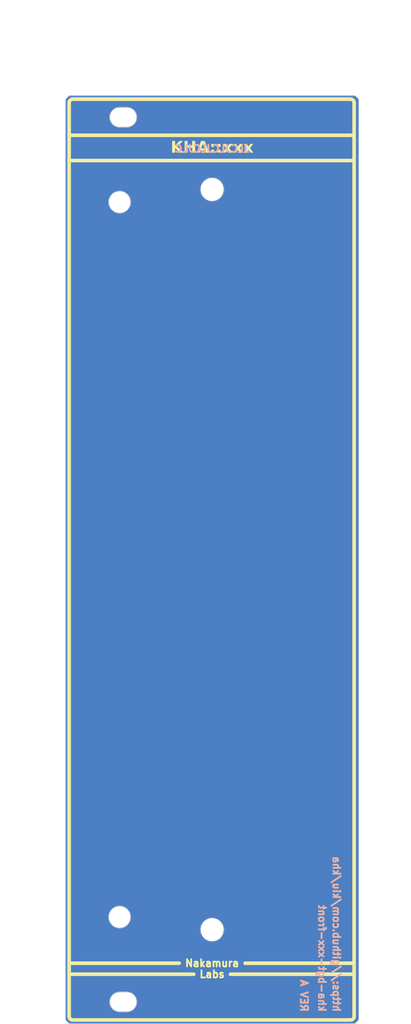
<source format=kicad_pcb>
(kicad_pcb (version 20221018) (generator pcbnew)

  (general
    (thickness 1.6)
  )

  (paper "A4")
  (layers
    (0 "F.Cu" signal)
    (31 "B.Cu" signal)
    (32 "B.Adhes" user "B.Adhesive")
    (33 "F.Adhes" user "F.Adhesive")
    (34 "B.Paste" user)
    (35 "F.Paste" user)
    (36 "B.SilkS" user "B.Silkscreen")
    (37 "F.SilkS" user "F.Silkscreen")
    (38 "B.Mask" user)
    (39 "F.Mask" user)
    (40 "Dwgs.User" user "User.Drawings")
    (41 "Cmts.User" user "User.Comments")
    (42 "Eco1.User" user "User.Eco1")
    (43 "Eco2.User" user "User.Eco2")
    (44 "Edge.Cuts" user)
    (45 "Margin" user)
    (46 "B.CrtYd" user "B.Courtyard")
    (47 "F.CrtYd" user "F.Courtyard")
    (48 "B.Fab" user)
    (49 "F.Fab" user)
    (50 "User.1" user)
    (51 "User.2" user)
    (52 "User.3" user)
    (53 "User.4" user)
    (54 "User.5" user)
    (55 "User.6" user)
    (56 "User.7" user)
    (57 "User.8" user)
    (58 "User.9" user)
  )

  (setup
    (pad_to_mask_clearance 0)
    (pcbplotparams
      (layerselection 0x00010fc_ffffffff)
      (plot_on_all_layers_selection 0x0000000_00000000)
      (disableapertmacros false)
      (usegerberextensions false)
      (usegerberattributes true)
      (usegerberadvancedattributes true)
      (creategerberjobfile true)
      (dashed_line_dash_ratio 12.000000)
      (dashed_line_gap_ratio 3.000000)
      (svgprecision 4)
      (plotframeref false)
      (viasonmask false)
      (mode 1)
      (useauxorigin false)
      (hpglpennumber 1)
      (hpglpenspeed 20)
      (hpglpendiameter 15.000000)
      (dxfpolygonmode true)
      (dxfimperialunits true)
      (dxfusepcbnewfont true)
      (psnegative false)
      (psa4output false)
      (plotreference true)
      (plotvalue true)
      (plotinvisibletext false)
      (sketchpadsonfab false)
      (subtractmaskfromsilk false)
      (outputformat 1)
      (mirror false)
      (drillshape 1)
      (scaleselection 1)
      (outputdirectory "")
    )
  )

  (net 0 "")

  (gr_arc (start 121.600001 41.999999) (mid 121.746448 41.646447) (end 122.1 41.5)
    (stroke (width 0.5) (type solid)) (layer "F.SilkS") (tstamp 0eaa50c5-5104-4a89-97dc-726172a83bd6))
  (gr_line (start 136.848 161.142) (end 121.608 161.142)
    (stroke (width 0.5) (type solid)) (layer "F.SilkS") (tstamp 16caa60a-0d0d-4145-aa66-3aef0fa8fa6d))
  (gr_line (start 138.88 162.666) (end 121.608 162.666)
    (stroke (width 0.5) (type solid)) (layer "F.SilkS") (tstamp 1d4ddf25-ddff-4655-b60a-c34254343c99))
  (gr_line (start 160.978 162.666) (end 143.96 162.666)
    (stroke (width 0.5) (type solid)) (layer "F.SilkS") (tstamp 2d099ddf-df7a-407d-b547-dbfe6eec4c02))
  (gr_line (start 160.605 169.000001) (end 122.1 169)
    (stroke (width 0.5) (type solid)) (layer "F.SilkS") (tstamp 620c8311-fcd1-4492-a0c7-6a59423d93aa))
  (gr_line (start 121.6 168.5) (end 121.6 42)
    (stroke (width 0.5) (type solid)) (layer "F.SilkS") (tstamp 7b334bac-69dd-4a91-8361-ed69102756ee))
  (gr_arc (start 160.605 41.499999) (mid 160.958554 41.646446) (end 161.105 41.999999)
    (stroke (width 0.5) (type solid)) (layer "F.SilkS") (tstamp 85ff103c-ae83-4833-bf07-fb6a2b8bfd3a))
  (gr_line (start 161.105 41.999999) (end 161.105 168.500001)
    (stroke (width 0.5) (type solid)) (layer "F.SilkS") (tstamp a33e572d-b621-42ab-afe8-151255b9c7f8))
  (gr_arc (start 161.105 168.500001) (mid 160.958553 168.853554) (end 160.605 169.000001)
    (stroke (width 0.5) (type solid)) (layer "F.SilkS") (tstamp aa847e3a-3808-47fc-b04c-2c7a96eb2940))
  (gr_line (start 122.1 41.5) (end 160.605 41.499999)
    (stroke (width 0.5) (type solid)) (layer "F.SilkS") (tstamp b9cc0489-5a81-4f10-9a1e-4664c2a3dd0f))
  (gr_line (start 121.6 46.5) (end 161.105 46.5)
    (stroke (width 0.5) (type solid)) (layer "F.SilkS") (tstamp ca8dfb18-2243-4c2f-83e3-405458cb4ca2))
  (gr_arc (start 122.1 169) (mid 121.746447 168.853553) (end 121.6 168.5)
    (stroke (width 0.5) (type solid)) (layer "F.SilkS") (tstamp cfa4c290-d24e-41a0-ac18-caa57caf81f0))
  (gr_line (start 160.978 161.142) (end 145.992 161.142)
    (stroke (width 0.5) (type solid)) (layer "F.SilkS") (tstamp d0c707e9-3939-4683-ad6e-25ba4c571cca))
  (gr_line (start 121.6 50) (end 161.105 50)
    (stroke (width 0.5) (type solid)) (layer "F.SilkS") (tstamp f6f845e6-d64f-4961-852b-fcfb7b89a183))
  (gr_line (start 121.1 105.25) (end 161.74 105.25)
    (stroke (width 0.15) (type solid)) (layer "Dwgs.User") (tstamp 048de99f-3e28-41b6-855c-e085d9d4e780))
  (gr_line (start 132.6 158.75) (end 121.1 158.75)
    (stroke (width 0.15) (type default)) (layer "Dwgs.User") (tstamp 1113fd41-c57c-4536-9b98-8bbe86b6a2a8))
  (gr_line (start 132.6 158.75) (end 132.6 146.5)
    (stroke (width 0.15) (type default)) (layer "Dwgs.User") (tstamp 156b6584-a3ff-4f74-9ec5-ca1e8e43fedc))
  (gr_circle (center 128.6 154.75) (end 130.1 154.75)
    (stroke (width 0.1) (type default)) (fill none) (layer "Dwgs.User") (tstamp 2278a12f-78f1-438f-9509-46685728074c))
  (gr_line (start 124.35 64) (end 124.35 146.5)
    (stroke (width 0.15) (type default)) (layer "Dwgs.User") (tstamp 2a30fadc-1289-4909-9812-362f57116580))
  (gr_circle (center 141.42 156.5) (end 144.17 156.5)
    (stroke (width 0.05) (type solid)) (fill none) (layer "Dwgs.User") (tstamp 37e93198-eb94-4a92-89cf-2e757651b155))
  (gr_circle (center 128.6 55.75) (end 130.1 55.75)
    (stroke (width 0.1) (type default)) (fill none) (layer "Dwgs.User") (tstamp 456efe95-ba6c-4899-acb3-6137492c693d))
  (gr_circle (center 141.42 54) (end 144.92 54)
    (stroke (width 0.05) (type solid)) (fill none) (layer "Dwgs.User") (tstamp 4ef8d454-86fb-47cf-a34c-422a2eb2c081))
  (gr_line (start 141.42 41) (end 141.42 169.5)
    (stroke (width 0.15) (type solid)) (layer "Dwgs.User") (tstamp 521af3b6-69d9-446c-87ed-05bece17f861))
  (gr_circle (center 141.42 54) (end 144.17 54)
    (stroke (width 0.05) (type solid)) (fill none) (layer "Dwgs.User") (tstamp 5592333e-72cb-4af2-a80d-563e43133941))
  (gr_line (start 121.1 137.5) (end 161.74 137.52)
    (stroke (width 0.15) (type solid)) (layer "Dwgs.User") (tstamp 562bd7a2-cb67-4be6-bb04-65afefea95de))
  (gr_line (start 121.1 73) (end 161.74 73)
    (stroke (width 0.15) (type solid)) (layer "Dwgs.User") (tstamp 5b8d458d-5cbf-4384-94dd-ec1fa75e6f6f))
  (gr_line (start 132.6 51.75) (end 132.6 64)
    (stroke (width 0.15) (type default)) (layer "Dwgs.User") (tstamp 6d866511-ad3f-41ce-b45e-2fe2069a1059))
  (gr_circle (center 141.42 156.5) (end 144.92 156.5)
    (stroke (width 0.05) (type solid)) (fill none) (layer "Dwgs.User") (tstamp 77cabb49-afdc-4052-b05c-2cb6035ef989))
  (gr_line (start 121.1 50.249997) (end 161.74 50.25)
    (stroke (width 0.15) (type solid)) (layer "Dwgs.User") (tstamp 79c52503-85ed-4167-b372-0e073991b1da))
  (gr_line (start 161.74 160.25) (end 121.10012 160.25)
    (stroke (width 0.15) (type solid)) (layer "Dwgs.User") (tstamp 79ff0b32-2f5b-4c32-94a4-470676d16aa3))
  (gr_line (start 128.6 41) (end 128.6 169.5)
    (stroke (width 0.15) (type solid)) (layer "Dwgs.User") (tstamp 7a470001-5a4f-4f56-b3dc-5775c8110bf7))
  (gr_line (start 132.6 146.5) (end 124.35 146.5)
    (stroke (width 0.15) (type default)) (layer "Dwgs.User") (tstamp 7b4719a5-2f90-4a64-a07e-6233184880ee))
  (gr_line (start 121.1 51.75) (end 132.6 51.75)
    (stroke (width 0.15) (type default)) (layer "Dwgs.User") (tstamp 9a86fb1c-f36e-476f-a8ce-72877b9ecb3e))
  (gr_line (start 121.10012 160.25) (end 121.1 50.249997)
    (stroke (width 0.15) (type solid)) (layer "Dwgs.User") (tstamp a4f7c5c9-128a-459c-bd25-db82b5c8909f))
  (gr_line (start 161.74 41) (end 161.74 169.5)
    (stroke (width 0.15) (type solid)) (layer "Dwgs.User") (tstamp c071ae77-7549-473b-8899-42bcb24f41ff))
  (gr_line (start 124.35 64) (end 132.6 64)
    (stroke (width 0.15) (type default)) (layer "Dwgs.User") (tstamp e1d94ec4-014f-4d9a-b147-39ebb21503a8))
  (gr_line (start 128.6 42.65) (end 129.6 42.65)
    (stroke (width 0.1) (type default)) (layer "Edge.Cuts") (tstamp 01b5bd71-64e6-4d10-aeb9-98e5f7f2157e))
  (gr_arc (start 129.6 42.65) (mid 130.95 44) (end 129.6 45.35)
    (stroke (width 0.1) (type default)) (layer "Edge.Cuts") (tstamp 02aeb72e-c151-4daa-824c-fa8f24b539b3))
  (gr_line (start 121.1 169) (end 121.6 169.5)
    (stroke (width 0.05) (type default)) (layer "Edge.Cuts") (tstamp 1623e6e2-60d6-45a8-8373-76686b329047))
  (gr_circle (center 128.6 154.75) (end 130.1 154.75)
    (stroke (width 0.1) (type default)) (fill none) (layer "Edge.Cuts") (tstamp 3aae781a-27db-421a-ad9a-f1dd48910c74))
  (gr_line (start 121.1 41.5) (end 121.6 41)
    (stroke (width 0.05) (type default)) (layer "Edge.Cuts") (tstamp 476283dd-b9a5-47aa-a0b2-a39060c68bf5))
  (gr_line (start 128.6 167.85) (end 129.6 167.85)
    (stroke (width 0.1) (type default)) (layer "Edge.Cuts") (tstamp 48dc4457-2f95-4409-b057-4f1fb9dd9c95))
  (gr_line (start 161.24 169.5) (end 121.6 169.5)
    (stroke (width 0.05) (type solid)) (layer "Edge.Cuts") (tstamp 529451f1-6db3-4d12-9304-20808706a7e5))
  (gr_line (start 128.6 165.15) (end 129.6 165.15)
    (stroke (width 0.1) (type default)) (layer "Edge.Cuts") (tstamp 531e2cc6-6f84-4138-9d28-a18bf3b703ed))
  (gr_line (start 161.24 169.5) (end 161.74 169)
    (stroke (width 0.05) (type default)) (layer "Edge.Cuts") (tstamp 7014adc9-6ece-469f-9c4b-fcc36cc025dd))
  (gr_line (start 121.6 41) (end 161.24 41)
    (stroke (width 0.05) (type solid)) (layer "Edge.Cuts") (tstamp 7fdfe53f-ad4c-48c6-8ba8-f83edb6aee8f))
  (gr_circle (center 128.6 55.75) (end 130.1 55.75)
    (stroke (width 0.1) (type default)) (fill none) (layer "Edge.Cuts") (tstamp 91b07c18-8123-4501-9555-28489a6c1416))
  (gr_line (start 161.24 41) (end 161.74 41.5)
    (stroke (width 0.05) (type default)) (layer "Edge.Cuts") (tstamp 95a5e1d2-d651-4526-a3ab-41b82245ec64))
  (gr_line (start 161.74 41.5) (end 161.74 169)
    (stroke (width 0.05) (type solid)) (layer "Edge.Cuts") (tstamp 9a99ff6c-818c-4d77-8535-0aaf879539b0))
  (gr_arc (start 128.6 45.35) (mid 127.25 44) (end 128.6 42.65)
    (stroke (width 0.1) (type default)) (layer "Edge.Cuts") (tstamp b7db6cfb-f52c-4200-a3fe-6804dc619b72))
  (gr_line (start 128.6 45.35) (end 129.6 45.35)
    (stroke (width 0.1) (type default)) (layer "Edge.Cuts") (tstamp b98ad7e6-8552-4d7b-800c-db850b5e5106))
  (gr_line (start 121.1 169) (end 121.1 41.5)
    (stroke (width 0.05) (type solid)) (layer "Edge.Cuts") (tstamp bb2a67e5-134d-4fbd-bfcf-12339e384c46))
  (gr_circle (center 141.42 156.5) (end 143.02 156.5)
    (stroke (width 0.05) (type solid)) (fill none) (layer "Edge.Cuts") (tstamp c39042df-7484-41d6-8bb9-09b385d7ef44))
  (gr_arc (start 129.6 165.15) (mid 130.95 166.5) (end 129.6 167.85)
    (stroke (width 0.1) (type default)) (layer "Edge.Cuts") (tstamp ccbe79da-bafc-482d-90ab-dbb8f9bc6eb2))
  (gr_arc (start 128.6 167.85) (mid 127.25 166.5) (end 128.6 165.15)
    (stroke (width 0.1) (type default)) (layer "Edge.Cuts") (tstamp d2b86eda-3df9-4b5d-9d70-511aab3f93b5))
  (gr_circle (center 141.42 54) (end 143.02 54)
    (stroke (width 0.05) (type solid)) (fill none) (layer "Edge.Cuts") (tstamp def5d001-7367-4e40-8071-b151d7d82ff4))
  (gr_text "https://github.com/kiu/kha" (at 158.66 168 270) (layer "B.SilkS") (tstamp aef2ca32-7e65-408a-8358-b107dea0fa3c)
    (effects (font (size 1 1) (thickness 0.25) bold) (justify left mirror))
  )
  (gr_text "REV A" (at 154.16 168 -90) (layer "B.SilkS") (tstamp e480d6f8-5689-4850-8de1-4e2bf937e171)
    (effects (font (size 1 1) (thickness 0.25) bold) (justify left mirror))
  )
  (gr_text "JLCJLCJLCJLC" (at 141.42 48.366) (layer "B.SilkS") (tstamp ef9f4340-de0c-44e5-a48d-9cfc9eecdcbc)
    (effects (font (size 1 1) (thickness 0.25) bold) (justify mirror))
  )
  (gr_text "kha-bgt-xxx-front" (at 156.66 168 270) (layer "B.SilkS") (tstamp fd903aa9-99c2-42ce-8dad-a85ac8e513a2)
    (effects (font (size 1 1) (thickness 0.25) bold) (justify left mirror))
  )
  (gr_text "KHA::xxx" (at 141.42 48.25) (layer "F.SilkS") (tstamp 10bf318c-e230-4a3b-a482-808d2a0c4cb4)
    (effects (font (face "Roboto") (size 1.6 1.6) (thickness 0.25) bold))
    (render_cache "KHA::xxx" 0
      (polygon
        (pts
          (xy 137.458186 48.271934)          (xy 137.28663 48.456777)          (xy 137.28663 48.914)          (xy 136.957195 48.914)
          (xy 136.957195 47.31333)          (xy 137.28663 47.31333)          (xy 137.28663 48.039024)          (xy 137.432003 47.840113)
          (xy 137.839596 47.31333)          (xy 138.245234 47.31333)          (xy 137.677028 48.024565)          (xy 138.261647 48.914)
          (xy 137.869296 48.914)
        )
      )
      (polygon
        (pts
          (xy 139.68021 48.914)          (xy 139.350775 48.914)          (xy 139.350775 48.229729)          (xy 138.707537 48.229729)
          (xy 138.707537 48.914)          (xy 138.378102 48.914)          (xy 138.378102 47.31333)          (xy 138.707537 47.31333)
          (xy 138.707537 47.963602)          (xy 139.350775 47.963602)          (xy 139.350775 47.31333)          (xy 139.68021 47.31333)
        )
      )
      (polygon
        (pts
          (xy 141.34536 48.914)          (xy 140.994822 48.914)          (xy 140.883839 48.580657)          (xy 140.305471 48.580657)
          (xy 140.19566 48.914)          (xy 139.845123 48.914)          (xy 140.068459 48.313748)          (xy 140.394571 48.313748)
          (xy 140.794739 48.313748)          (xy 140.593483 47.717796)          (xy 140.394571 48.313748)          (xy 140.068459 48.313748)
          (xy 140.440684 47.31333)          (xy 140.746281 47.31333)
        )
      )
      (polygon
        (pts
          (xy 141.481354 48.74596)          (xy 141.482154 48.727453)          (xy 141.484554 48.709837)          (xy 141.488553 48.693112)
          (xy 141.494153 48.677279)          (xy 141.501352 48.662338)          (xy 141.51015 48.648288)          (xy 141.520549 48.635129)
          (xy 141.532548 48.622862)          (xy 141.545749 48.61178)          (xy 141.559756 48.602175)          (xy 141.57457 48.594047)
          (xy 141.590189 48.587398)          (xy 141.606614 48.582226)          (xy 141.623845 48.578532)          (xy 141.641883 48.576315)
          (xy 141.660726 48.575577)          (xy 141.679838 48.576315)          (xy 141.698095 48.578532)          (xy 141.715498 48.582226)
          (xy 141.732045 48.587398)          (xy 141.747738 48.594047)          (xy 141.762575 48.602175)          (xy 141.776558 48.61178)
          (xy 141.789686 48.622862)          (xy 141.801685 48.635129)          (xy 141.812083 48.648288)          (xy 141.820882 48.662338)
          (xy 141.828081 48.677279)          (xy 141.833681 48.693112)          (xy 141.83768 48.709837)          (xy 141.84008 48.727453)
          (xy 141.84088 48.74596)          (xy 141.840086 48.764187)          (xy 141.837705 48.781547)          (xy 141.833736 48.798039)
          (xy 141.828179 48.813665)          (xy 141.821035 48.828423)          (xy 141.812303 48.842314)          (xy 141.801984 48.855338)
          (xy 141.790077 48.867496)          (xy 141.777029 48.878395)          (xy 141.763088 48.887841)          (xy 141.748257 48.895834)
          (xy 141.732534 48.902374)          (xy 141.715919 48.90746)          (xy 141.698413 48.911093)          (xy 141.680015 48.913273)
          (xy 141.660726 48.914)          (xy 141.641614 48.913273)          (xy 141.623357 48.911093)          (xy 141.605955 48.90746)
          (xy 141.589407 48.902374)          (xy 141.573715 48.895834)          (xy 141.558877 48.887841)          (xy 141.544894 48.878395)
          (xy 141.531766 48.867496)          (xy 141.519951 48.855338)          (xy 141.509711 48.842314)          (xy 141.501046 48.828423)
          (xy 141.493957 48.813665)          (xy 141.488443 48.798039)          (xy 141.484505 48.781547)          (xy 141.482142 48.764187)
        )
      )
      (polygon
        (pts
          (xy 141.481354 47.83386)          (xy 141.482154 47.815352)          (xy 141.484554 47.797736)          (xy 141.488553 47.781012)
          (xy 141.494153 47.765179)          (xy 141.501352 47.750237)          (xy 141.51015 47.736187)          (xy 141.520549 47.723029)
          (xy 141.532548 47.710762)          (xy 141.545749 47.699679)          (xy 141.559756 47.690074)          (xy 141.57457 47.681947)
          (xy 141.590189 47.675297)          (xy 141.606614 47.670126)          (xy 141.623845 47.666431)          (xy 141.641883 47.664215)
          (xy 141.660726 47.663476)          (xy 141.679838 47.664215)          (xy 141.698095 47.666431)          (xy 141.715498 47.670126)
          (xy 141.732045 47.675297)          (xy 141.747738 47.681947)          (xy 141.762575 47.690074)          (xy 141.776558 47.699679)
          (xy 141.789686 47.710762)          (xy 141.801685 47.723029)          (xy 141.812083 47.736187)          (xy 141.820882 47.750237)
          (xy 141.828081 47.765179)          (xy 141.833681 47.781012)          (xy 141.83768 47.797736)          (xy 141.84008 47.815352)
          (xy 141.84088 47.83386)          (xy 141.840086 47.852087)          (xy 141.837705 47.869446)          (xy 141.833736 47.885939)
          (xy 141.828179 47.901564)          (xy 141.821035 47.916322)          (xy 141.812303 47.930214)          (xy 141.801984 47.943238)
          (xy 141.790077 47.955395)          (xy 141.777029 47.966295)          (xy 141.763088 47.975741)          (xy 141.748257 47.983733)
          (xy 141.732534 47.990273)          (xy 141.715919 47.995359)          (xy 141.698413 47.998993)          (xy 141.680015 48.001172)
          (xy 141.660726 48.001899)          (xy 141.641614 48.001172)          (xy 141.623357 47.998993)          (xy 141.605955 47.995359)
          (xy 141.589407 47.990273)          (xy 141.573715 47.983733)          (xy 141.558877 47.975741)          (xy 141.544894 47.966295)
          (xy 141.531766 47.955395)          (xy 141.519951 47.943238)          (xy 141.509711 47.930214)          (xy 141.501046 47.916322)
          (xy 141.493957 47.901564)          (xy 141.488443 47.885939)          (xy 141.484505 47.869446)          (xy 141.482142 47.852087)
        )
      )
      (polygon
        (pts
          (xy 142.112869 48.74596)          (xy 142.113668 48.727453)          (xy 142.116068 48.709837)          (xy 142.120068 48.693112)
          (xy 142.125667 48.677279)          (xy 142.132866 48.662338)          (xy 142.141665 48.648288)          (xy 142.152063 48.635129)
          (xy 142.164062 48.622862)          (xy 142.177263 48.61178)          (xy 142.19127 48.602175)          (xy 142.206084 48.594047)
          (xy 142.221703 48.587398)          (xy 142.238128 48.582226)          (xy 142.25536 48.578532)          (xy 142.273397 48.576315)
          (xy 142.29224 48.575577)          (xy 142.311352 48.576315)          (xy 142.32961 48.578532)          (xy 142.347012 48.582226)
          (xy 142.363559 48.587398)          (xy 142.379252 48.594047)          (xy 142.39409 48.602175)          (xy 142.408073 48.61178)
          (xy 142.421201 48.622862)          (xy 142.433199 48.635129)          (xy 142.443598 48.648288)          (xy 142.452397 48.662338)
          (xy 142.459596 48.677279)          (xy 142.465195 48.693112)          (xy 142.469194 48.709837)          (xy 142.471594 48.727453)
          (xy 142.472394 48.74596)          (xy 142.4716 48.764187)          (xy 142.469219 48.781547)          (xy 142.46525 48.798039)
          (xy 142.459693 48.813665)          (xy 142.452549 48.828423)          (xy 142.443818 48.842314)          (xy 142.433498 48.855338)
          (xy 142.421591 48.867496)          (xy 142.408543 48.878395)          (xy 142.394603 48.887841)          (xy 142.379771 48.895834)
          (xy 142.364048 48.902374)          (xy 142.347433 48.90746)          (xy 142.329927 48.911093)          (xy 142.31153 48.913273)
          (xy 142.29224 48.914)          (xy 142.273128 48.913273)          (xy 142.254871 48.911093)          (xy 142.237469 48.90746)
          (xy 142.220922 48.902374)          (xy 142.205229 48.895834)          (xy 142.190391 48.887841)          (xy 142.176408 48.878395)
          (xy 142.16328 48.867496)          (xy 142.151465 48.855338)          (xy 142.141225 48.842314)          (xy 142.132561 48.828423)
          (xy 142.125471 48.813665)          (xy 142.119958 48.798039)          (xy 142.116019 48.781547)          (xy 142.113656 48.764187)
        )
      )
      (polygon
        (pts
          (xy 142.112869 47.83386)          (xy 142.113668 47.815352)          (xy 142.116068 47.797736)          (xy 142.120068 47.781012)
          (xy 142.125667 47.765179)          (xy 142.132866 47.750237)          (xy 142.141665 47.736187)          (xy 142.152063 47.723029)
          (xy 142.164062 47.710762)          (xy 142.177263 47.699679)          (xy 142.19127 47.690074)          (xy 142.206084 47.681947)
          (xy 142.221703 47.675297)          (xy 142.238128 47.670126)          (xy 142.25536 47.666431)          (xy 142.273397 47.664215)
          (xy 142.29224 47.663476)          (xy 142.311352 47.664215)          (xy 142.32961 47.666431)          (xy 142.347012 47.670126)
          (xy 142.363559 47.675297)          (xy 142.379252 47.681947)          (xy 142.39409 47.690074)          (xy 142.408073 47.699679)
          (xy 142.421201 47.710762)          (xy 142.433199 47.723029)          (xy 142.443598 47.736187)          (xy 142.452397 47.750237)
          (xy 142.459596 47.765179)          (xy 142.465195 47.781012)          (xy 142.469194 47.797736)          (xy 142.471594 47.815352)
          (xy 142.472394 47.83386)          (xy 142.4716 47.852087)          (xy 142.469219 47.869446)          (xy 142.46525 47.885939)
          (xy 142.459693 47.901564)          (xy 142.452549 47.916322)          (xy 142.443818 47.930214)          (xy 142.433498 47.943238)
          (xy 142.421591 47.955395)          (xy 142.408543 47.966295)          (xy 142.394603 47.975741)          (xy 142.379771 47.983733)
          (xy 142.364048 47.990273)          (xy 142.347433 47.995359)          (xy 142.329927 47.998993)          (xy 142.31153 48.001172)
          (xy 142.29224 48.001899)          (xy 142.273128 48.001172)          (xy 142.254871 47.998993)          (xy 142.237469 47.995359)
          (xy 142.220922 47.990273)          (xy 142.205229 47.983733)          (xy 142.190391 47.975741)          (xy 142.176408 47.966295)
          (xy 142.16328 47.955395)          (xy 142.151465 47.943238)          (xy 142.141225 47.930214)          (xy 142.132561 47.916322)
          (xy 142.125471 47.901564)          (xy 142.119958 47.885939)          (xy 142.116019 47.869446)          (xy 142.113656 47.852087)
        )
      )
      (polygon
        (pts
          (xy 143.182066 48.07185)          (xy 143.38215 47.713497)          (xy 143.721745 47.713497)          (xy 143.383322 48.301634)
          (xy 143.735813 48.914)          (xy 143.395437 48.914)          (xy 143.183238 48.536889)          (xy 142.972213 48.914)
          (xy 142.630273 48.914)          (xy 142.983155 48.301634)          (xy 142.645513 47.713497)          (xy 142.986281 47.713497)
        )
      )
      (polygon
        (pts
          (xy 144.321605 48.07185)          (xy 144.521689 47.713497)          (xy 144.861284 47.713497)          (xy 144.522862 48.301634)
          (xy 144.875353 48.914)          (xy 144.534976 48.914)          (xy 144.322778 48.536889)          (xy 144.111752 48.914)
          (xy 143.769812 48.914)          (xy 144.122694 48.301634)          (xy 143.785053 47.713497)          (xy 144.12582 47.713497)
        )
      )
      (polygon
        (pts
          (xy 145.461145 48.07185)          (xy 145.661229 47.713497)          (xy 146.000824 47.713497)          (xy 145.662401 48.301634)
          (xy 146.014892 48.914)          (xy 145.674515 48.914)          (xy 145.462317 48.536889)          (xy 145.251291 48.914)
          (xy 144.909351 48.914)          (xy 145.262233 48.301634)          (xy 144.924592 47.713497)          (xy 145.26536 47.713497)
        )
      )
    )
  )
  (gr_text "Labs" (at 141.42 162.666) (layer "F.SilkS") (tstamp 54a57c5a-01e7-4fea-ad43-73b9f9b34754)
    (effects (font (size 1 1) (thickness 0.25)))
  )
  (gr_text "Nakamura" (at 141.42 161.142) (layer "F.SilkS") (tstamp fdaa53c2-a5dd-48e5-bc04-7ab57880140a)
    (effects (font (size 1 1) (thickness 0.25)))
  )
  (gr_text "8HP" (at 141.42 30.84) (layer "Dwgs.User") (tstamp ea085267-3387-4994-93c1-7a0eb16e45ea)
    (effects (font (size 3 3) (thickness 0.75)))
  )
  (dimension (type aligned) (layer "Dwgs.User") (tstamp 372794d1-3d7a-44df-be36-ca21b86cff98)
    (pts (xy 161.74 50.25) (xy 161.74 160.25))
    (height -3)
    (gr_text "110.0000 mm" (at 163.59 105.25 90) (layer "Dwgs.User") (tstamp 3fc0aadb-2939-448d-bebb-83451a30e273)
      (effects (font (size 1 1) (thickness 0.15)))
    )
    (format (prefix "") (suffix "") (units 2) (units_format 1) (precision 4))
    (style (thickness 0.15) (arrow_length 1.27) (text_position_mode 0) (extension_height 0.58642) (extension_offset 0) keep_text_aligned)
  )
  (dimension (type aligned) (layer "Dwgs.User") (tstamp 37d87990-1540-484e-b8cb-3ee6a6e95526)
    (pts (xy 128.6 55.75) (xy 128.6 154.75))
    (height 10.5)
    (gr_text "99.0000 mm" (at 116.95 105.25 90) (layer "Dwgs.User") (tstamp 81b8bd7a-2dd3-437a-9eb8-5a0ca613d05d)
      (effects (font (size 1 1) (thickness 0.15)))
    )
    (format (prefix "") (suffix "") (units 3) (units_format 1) (precision 4))
    (style (thickness 0.15) (arrow_length 1.27) (text_position_mode 0) (extension_height 0.58642) (extension_offset 0.5) keep_text_aligned)
  )
  (dimension (type aligned) (layer "Dwgs.User") (tstamp 561063b0-e8b8-4760-aa20-f939a5193944)
    (pts (xy 161.74 41.000003) (xy 161.74 50.25))
    (height -3)
    (gr_text "9.2500 mm" (at 163.59 45.625002 90) (layer "Dwgs.User") (tstamp 6b23c9d4-93e6-443c-ad2e-70c0f78da525)
      (effects (font (size 1 1) (thickness 0.15)))
    )
    (format (prefix "") (suffix "") (units 2) (units_format 1) (precision 4))
    (style (thickness 0.15) (arrow_length 1.27) (text_position_mode 0) (extension_height 0.58642) (extension_offset 0) keep_text_aligned)
  )
  (dimension (type aligned) (layer "Dwgs.User") (tstamp 731165af-c8d3-4499-8353-aafe512454cc)
    (pts (xy 121.1 166.5) (xy 121.1 169.5))
    (height 3)
    (gr_text "3.0000 mm" (at 116.95 168 90) (layer "Dwgs.User") (tstamp cf871246-00df-4f4a-8787-e74e714f4fce)
      (effects (font (size 1 1) (thickness 0.15)))
    )
    (format (prefix "") (suffix "") (units 2) (units_format 1) (precision 4))
    (style (thickness 0.15) (arrow_length 1.27) (text_position_mode 0) (extension_height 0.58642) (extension_offset 0) keep_text_aligned)
  )
  (dimension (type aligned) (layer "Dwgs.User") (tstamp 8e22a819-137a-4eb4-a8f4-5143e22c03b4)
    (pts (xy 141.42 41) (xy 141.42 54))
    (height 0)
    (gr_text "13.0000 mm" (at 140.27 47.5 90) (layer "Dwgs.User") (tstamp d8f91787-d6d8-4de4-9e02-08408fd429ee)
      (effects (font (size 1 1) (thickness 0.15)))
    )
    (format (prefix "") (suffix "") (units 2) (units_format 1) (precision 4))
    (style (thickness 0.15) (arrow_length 1.27) (text_position_mode 0) (extension_height 0.58642) (extension_offset 0) keep_text_aligned)
  )
  (dimension (type aligned) (layer "Dwgs.User") (tstamp 99416565-bef9-4a16-a613-b57f21538e67)
    (pts (xy 161.74 41) (xy 121.1 41))
    (height 5)
    (gr_text "40.6400 mm" (at 141.42 34.85) (layer "Dwgs.User") (tstamp 476dcc55-4d98-460e-ba5e-5368496f6d93)
      (effects (font (size 1 1) (thickness 0.15)))
    )
    (format (prefix "") (suffix "") (units 2) (units_format 1) (precision 4))
    (style (thickness 0.15) (arrow_length 1.27) (text_position_mode 0) (extension_height 0.58642) (extension_offset 0) keep_text_aligned)
  )
  (dimension (type aligned) (layer "Dwgs.User") (tstamp e511ad17-66a1-4ec5-a178-06e6257d024d)
    (pts (xy 161.74 160.25) (xy 161.74 169.5))
    (height -3)
    (gr_text "9.2500 mm" (at 163.59 164.875 90) (layer "Dwgs.User") (tstamp b3a2b8e2-190a-4c25-bf8b-31d6e8e30435)
      (effects (font (size 1 1) (thickness 0.15)))
    )
    (format (prefix "") (suffix "") (units 2) (units_format 1) (precision 4))
    (style (thickness 0.15) (arrow_length 1.27) (text_position_mode 0) (extension_height 0.58642) (extension_offset 0) keep_text_aligned)
  )
  (dimension (type aligned) (layer "Dwgs.User") (tstamp e7e905bd-9256-4395-9012-ffde59b8778d)
    (pts (xy 141.42 156.5) (xy 141.42 169.5))
    (height 0)
    (gr_text "13.0000 mm" (at 140.27 163 90) (layer "Dwgs.User") (tstamp 00f35c36-c1a4-4dc8-9eb2-9ecf667e4400)
      (effects (font (size 1 1) (thickness 0.15)))
    )
    (format (prefix "") (suffix "") (units 2) (units_format 1) (precision 4))
    (style (thickness 0.15) (arrow_length 1.27) (text_position_mode 0) (extension_height 0.58642) (extension_offset 0) keep_text_aligned)
  )
  (dimension (type aligned) (layer "Dwgs.User") (tstamp eaf22d32-56af-4747-aa2e-ffc31ae5310d)
    (pts (xy 121.1 41) (xy 121.1 44))
    (height 3)
    (gr_text "3.0000 mm" (at 116.95 42.5 90) (layer "Dwgs.User") (tstamp 0047c7ad-fbe9-41d6-afa2-186d2570b915)
      (effects (font (size 1 1) (thickness 0.15)))
    )
    (format (prefix "") (suffix "") (units 2) (units_format 1) (precision 4))
    (style (thickness 0.15) (arrow_length 1.27) (text_position_mode 0) (extension_height 0.58642) (extension_offset 0) keep_text_aligned)
  )
  (dimension (type aligned) (layer "Dwgs.User") (tstamp feb6399e-9a5e-4840-b2ed-053eecf7dc94)
    (pts (xy 128.6 41) (xy 121.1 41))
    (height 2.5)
    (gr_text "7.5000 mm" (at 124.85 37.35) (layer "Dwgs.User") (tstamp d86b9a89-7616-44b1-9a4c-52a31c8f0a70)
      (effects (font (size 1 1) (thickness 0.15)))
    )
    (format (prefix "") (suffix "") (units 2) (units_format 1) (precision 4))
    (style (thickness 0.15) (arrow_length 1.27) (text_position_mode 0) (extension_height 0.58642) (extension_offset 0) keep_text_aligned)
  )

  (zone (net 0) (net_name "") (layers "F&B.Cu") (tstamp 33e27989-23d1-4ac5-b676-43915a6f0cf5) (hatch edge 0.508)
    (connect_pads (clearance 0.508))
    (min_thickness 0.254) (filled_areas_thickness no)
    (fill yes (thermal_gap 0.508) (thermal_bridge_width 0.508) (island_removal_mode 1) (island_area_min 10))
    (polygon
      (pts
        (xy 161.74 169.5)
        (xy 121.1 169.5)
        (xy 121.1 41)
        (xy 161.74 41)
      )
    )
    (filled_polygon
      (layer "F.Cu")
      (island)
      (pts
        (xy 161.235819 41.010091)
        (xy 161.276696 41.037404)
        (xy 161.702595 41.463302)
        (xy 161.729909 41.50418)
        (xy 161.7395 41.552398)
        (xy 161.7395 168.947602)
        (xy 161.729909 168.99582)
        (xy 161.702595 169.036698)
        (xy 161.276696 169.462596)
        (xy 161.235819 169.489909)
        (xy 161.187601 169.4995)
        (xy 121.652398 169.4995)
        (xy 121.60418 169.489909)
        (xy 121.563302 169.462595)
        (xy 121.137404 169.036696)
        (xy 121.110091 168.995819)
        (xy 121.1005 168.947601)
        (xy 121.1005 166.5)
        (xy 127.244872 166.5)
        (xy 127.245302 166.505189)
        (xy 127.262923 166.717853)
        (xy 127.262924 166.71786)
        (xy 127.263354 166.723047)
        (xy 127.264633 166.7281)
        (xy 127.264634 166.728102)
        (xy 127.317017 166.934957)
        (xy 127.317019 166.934964)
        (xy 127.318297 166.940009)
        (xy 127.4082 167.14497)
        (xy 127.530614 167.332337)
        (xy 127.534149 167.336177)
        (xy 127.678664 167.493163)
        (xy 127.678669 167.493167)
        (xy 127.682197 167.497)
        (xy 127.858815 167.634468)
        (xy 128.055651 167.74099)
        (xy 128.060579 167.742682)
        (xy 128.060582 167.742683)
        (xy 128.154426 167.774899)
        (xy 128.267336 167.813661)
        (xy 128.488094 167.8505)
        (xy 128.599901 167.8505)
        (xy 128.6 167.8505)
        (xy 128.6005 167.8505)
        (xy 129.5995 167.8505)
        (xy 129.600099 167.8505)
        (xy 129.706698 167.8505)
        (xy 129.711906 167.8505)
        (xy 129.932664 167.813661)
        (xy 130.144349 167.74099)
        (xy 130.341185 167.634468)
        (xy 130.517803 167.497)
        (xy 130.669386 167.332337)
        (xy 130.7918 167.14497)
        (xy 130.881703 166.940009)
        (xy 130.936646 166.723047)
        (xy 130.955128 166.5)
        (xy 130.936646 166.276953)
        (xy 130.881703 166.059991)
        (xy 130.7918 165.85503)
        (xy 130.669386 165.667663)
        (xy 130.594218 165.586009)
        (xy 130.521335 165.506836)
        (xy 130.52133 165.506831)
        (xy 130.517803 165.503)
        (xy 130.513694 165.499802)
        (xy 130.513691 165.499799)
        (xy 130.345295 165.368731)
        (xy 130.341185 165.365532)
        (xy 130.144349 165.25901)
        (xy 130.139425 165.257319)
        (xy 130.139417 165.257316)
        (xy 129.937591 165.18803)
        (xy 129.937586 165.188028)
        (xy 129.932664 165.186339)
        (xy 129.927529 165.185482)
        (xy 129.927521 165.18548)
        (xy 129.717045 165.150357)
        (xy 129.717038 165.150356)
        (xy 129.711906 165.1495)
        (xy 129.600099 165.1495)
        (xy 128.6005 165.1495)
        (xy 128.6 165.1495)
        (xy 128.488094 165.1495)
        (xy 128.482962 165.150356)
        (xy 128.482954 165.150357)
        (xy 128.272478 165.18548)
        (xy 128.272467 165.185482)
        (xy 128.267336 165.186339)
        (xy 128.262416 165.188027)
        (xy 128.262408 165.18803)
        (xy 128.060582 165.257316)
        (xy 128.060569 165.257321)
        (xy 128.055651 165.25901)
        (xy 128.051072 165.261487)
        (xy 128.051065 165.261491)
        (xy 127.863397 165.363052)
        (xy 127.863393 165.363054)
        (xy 127.858815 165.365532)
        (xy 127.854709 165.368727)
        (xy 127.854704 165.368731)
        (xy 127.686308 165.499799)
        (xy 127.686299 165.499807)
        (xy 127.682197 165.503)
        (xy 127.678675 165.506825)
        (xy 127.678664 165.506836)
        (xy 127.534149 165.663822)
        (xy 127.534144 165.663828)
        (xy 127.530614 165.667663)
        (xy 127.527764 165.672024)
        (xy 127.527761 165.672029)
        (xy 127.46905 165.761893)
        (xy 127.4082 165.85503)
        (xy 127.40611 165.859793)
        (xy 127.406107 165.8598)
        (xy 127.363072 165.957912)
        (xy 127.318297 166.059991)
        (xy 127.31702 166.065032)
        (xy 127.317017 166.065042)
        (xy 127.290763 166.168717)
        (xy 127.263354 166.276953)
        (xy 127.262924 166.282137)
        (xy 127.262923 166.282146)
        (xy 127.254106 166.388559)
        (xy 127.244872 166.5)
        (xy 121.1005 166.5)
        (xy 121.1005 156.5)
        (xy 139.814551 156.5)
        (xy 139.814939 156.50493)
        (xy 139.833928 156.746214)
        (xy 139.833929 156.746222)
        (xy 139.834317 156.751148)
        (xy 139.835471 156.755956)
        (xy 139.835472 156.75596)
        (xy 139.891971 156.991298)
        (xy 139.891972 156.991303)
        (xy 139.893127 156.996111)
        (xy 139.989534 157.228859)
        (xy 140.121164 157.443659)
        (xy 140.284776 157.635224)
        (xy 140.476341 157.798836)
        (xy 140.691141 157.930466)
        (xy 140.923889 158.026873)
        (xy 141.168852 158.085683)
        (xy 141.42 158.105449)
        (xy 141.671148 158.085683)
        (xy 141.916111 158.026873)
        (xy 142.148859 157.930466)
        (xy 142.363659 157.798836)
        (xy 142.555224 157.635224)
        (xy 142.718836 157.443659)
        (xy 142.850466 157.228859)
        (xy 142.946873 156.996111)
        (xy 143.005683 156.751148)
        (xy 143.025449 156.5)
        (xy 143.005683 156.248852)
        (xy 142.946873 156.003889)
        (xy 142.850466 155.771141)
        (xy 142.718836 155.556341)
        (xy 142.555224 155.364776)
        (xy 142.363659 155.201164)
        (xy 142.148859 155.069534)
        (xy 141.916111 154.973127)
        (xy 141.911303 154.971972)
        (xy 141.911298 154.971971)
        (xy 141.67596 154.915472)
        (xy 141.675956 154.915471)
        (xy 141.671148 154.914317)
        (xy 141.666222 154.913929)
        (xy 141.666214 154.913928)
        (xy 141.42493 154.894939)
        (xy 141.42 154.894551)
        (xy 141.41507 154.894939)
        (xy 141.173785 154.913928)
        (xy 141.173775 154.913929)
        (xy 141.168852 154.914317)
        (xy 141.164045 154.915471)
        (xy 141.164039 154.915472)
        (xy 140.928701 154.971971)
        (xy 140.928692 154.971973)
        (xy 140.923889 154.973127)
        (xy 140.919321 154.975018)
        (xy 140.919315 154.975021)
        (xy 140.695715 155.067639)
        (xy 140.69571 155.067641)
        (xy 140.691141 155.069534)
        (xy 140.686926 155.072116)
        (xy 140.68692 155.07212)
        (xy 140.480558 155.198579)
        (xy 140.48055 155.198584)
        (xy 140.476341 155.201164)
        (xy 140.47258 155.204375)
        (xy 140.472576 155.204379)
        (xy 140.288538 155.361562)
        (xy 140.288531 155.361568)
        (xy 140.284776 155.364776)
        (xy 140.281568 155.368531)
        (xy 140.281562 155.368538)
        (xy 140.124379 155.552576)
        (xy 140.124375 155.55258)
        (xy 140.121164 155.556341)
        (xy 140.118584 155.56055)
        (xy 140.118579 155.560558)
        (xy 139.99212 155.76692)
        (xy 139.992116 155.766926)
        (xy 139.989534 155.771141)
        (xy 139.987641 155.77571)
        (xy 139.987639 155.775715)
        (xy 139.895021 155.999315)
        (xy 139.895018 155.999321)
        (xy 139.893127 156.003889)
        (xy 139.891973 156.008692)
        (xy 139.891971 156.008701)
        (xy 139.835472 156.244039)
        (xy 139.834317 156.248852)
        (xy 139.833929 156.253775)
        (xy 139.833928 156.253785)
        (xy 139.814939 156.49507)
        (xy 139.814551 156.5)
        (xy 121.1005 156.5)
        (xy 121.1005 154.75)
        (xy 127.094357 154.75)
        (xy 127.094787 154.755189)
        (xy 127.113314 154.978785)
        (xy 127.114892 154.997821)
        (xy 127.116173 155.002879)
        (xy 127.167604 155.205977)
        (xy 127.175937 155.238881)
        (xy 127.275827 155.466607)
        (xy 127.411836 155.674785)
        (xy 127.415369 155.678623)
        (xy 127.41537 155.678624)
        (xy 127.576723 155.853901)
        (xy 127.576728 155.853905)
        (xy 127.580256 155.857738)
        (xy 127.776491 156.010474)
        (xy 127.99519 156.128828)
        (xy 128.000119 156.13052)
        (xy 128.000121 156.130521)
        (xy 128.112788 156.169199)
        (xy 128.230386 156.209571)
        (xy 128.475665 156.2505)
        (xy 128.719124 156.2505)
        (xy 128.724335 156.2505)
        (xy 128.969614 156.209571)
        (xy 129.20481 156.128828)
        (xy 129.423509 156.010474)
        (xy 129.619744 155.857738)
        (xy 129.788164 155.674785)
        (xy 129.924173 155.466607)
        (xy 130.024063 155.238881)
        (xy 130.085108 154.997821)
        (xy 130.105643 154.75)
        (xy 130.085108 154.502179)
        (xy 130.024063 154.261119)
        (xy 129.924173 154.033393)
        (xy 129.788164 153.825215)
        (xy 129.777494 153.813624)
        (xy 129.623276 153.646098)
        (xy 129.623271 153.646093)
        (xy 129.619744 153.642262)
        (xy 129.615635 153.639064)
        (xy 129.615632 153.639061)
        (xy 129.427619 153.492725)
        (xy 129.423509 153.489526)
        (xy 129.215206 153.376798)
        (xy 129.209395 153.373653)
        (xy 129.209392 153.373651)
        (xy 129.20481 153.371172)
        (xy 129.199886 153.369481)
        (xy 129.199878 153.369478)
        (xy 128.974544 153.292121)
        (xy 128.974538 153.292119)
        (xy 128.969614 153.290429)
        (xy 128.964477 153.289571)
        (xy 128.964474 153.289571)
        (xy 128.729472 153.250357)
        (xy 128.729469 153.250356)
        (xy 128.724335 153.2495)
        (xy 128.475665 153.2495)
        (xy 128.470531 153.250356)
        (xy 128.470527 153.250357)
        (xy 128.235525 153.289571)
        (xy 128.235519 153.289572)
        (xy 128.230386 153.290429)
        (xy 128.225464 153.292118)
        (xy 128.225455 153.292121)
        (xy 128.000121 153.369478)
        (xy 128.000108 153.369483)
        (xy 127.99519 153.371172)
        (xy 127.990611 153.373649)
        (xy 127.990604 153.373653)
        (xy 127.781073 153.487046)
        (xy 127.781069 153.487048)
        (xy 127.776491 153.489526)
        (xy 127.772385 153.492721)
        (xy 127.77238 153.492725)
        (xy 127.584367 153.639061)
        (xy 127.584358 153.639069)
        (xy 127.580256 153.642262)
        (xy 127.576734 153.646087)
        (xy 127.576723 153.646098)
        (xy 127.41537 153.821375)
        (xy 127.415364 153.821381)
        (xy 127.411836 153.825215)
        (xy 127.408987 153.829574)
        (xy 127.408982 153.829582)
        (xy 127.278679 154.029027)
        (xy 127.275827 154.033393)
        (xy 127.273734 154.038163)
        (xy 127.273732 154.038168)
        (xy 127.17803 154.256346)
        (xy 127.178027 154.256352)
        (xy 127.175937 154.261119)
        (xy 127.174659 154.266163)
        (xy 127.174657 154.266171)
        (xy 127.116173 154.49712)
        (xy 127.114892 154.502179)
        (xy 127.114462 154.507367)
        (xy 127.114461 154.507374)
        (xy 127.095769 154.732951)
        (xy 127.094357 154.75)
        (xy 121.1005 154.75)
        (xy 121.1005 55.75)
        (xy 127.094357 55.75)
        (xy 127.114892 55.997821)
        (xy 127.175937 56.238881)
        (xy 127.275827 56.466607)
        (xy 127.411836 56.674785)
        (xy 127.415369 56.678623)
        (xy 127.41537 56.678624)
        (xy 127.576723 56.853901)
        (xy 127.576728 56.853905)
        (xy 127.580256 56.857738)
        (xy 127.776491 57.010474)
        (xy 127.99519 57.128828)
        (xy 128.000119 57.13052)
        (xy 128.000121 57.130521)
        (xy 128.112788 57.169199)
        (xy 128.230386 57.209571)
        (xy 128.475665 57.2505)
        (xy 128.719124 57.2505)
        (xy 128.724335 57.2505)
        (xy 128.969614 57.209571)
        (xy 129.20481 57.128828)
        (xy 129.423509 57.010474)
        (xy 129.619744 56.857738)
        (xy 129.788164 56.674785)
        (xy 129.924173 56.466607)
        (xy 130.024063 56.238881)
        (xy 130.085108 55.997821)
        (xy 130.105643 55.75)
        (xy 130.085108 55.502179)
        (xy 130.024063 55.261119)
        (xy 129.924173 55.033393)
        (xy 129.788164 54.825215)
        (xy 129.695251 54.724284)
        (xy 129.623276 54.646098)
        (xy 129.623271 54.646093)
        (xy 129.619744 54.642262)
        (xy 129.615635 54.639064)
        (xy 129.615632 54.639061)
        (xy 129.427619 54.492725)
        (xy 129.423509 54.489526)
        (xy 129.215206 54.376798)
        (xy 129.209395 54.373653)
        (xy 129.209392 54.373651)
        (xy 129.20481 54.371172)
        (xy 129.199886 54.369481)
        (xy 129.199878 54.369478)
        (xy 128.974544 54.292121)
        (xy 128.974538 54.292119)
        (xy 128.969614 54.290429)
        (xy 128.964477 54.289571)
        (xy 128.964474 54.289571)
        (xy 128.729472 54.250357)
        (xy 128.729469 54.250356)
        (xy 128.724335 54.2495)
        (xy 128.475665 54.2495)
        (xy 128.470531 54.250356)
        (xy 128.470527 54.250357)
        (xy 128.235525 54.289571)
        (xy 128.235519 54.289572)
        (xy 128.230386 54.290429)
        (xy 128.225464 54.292118)
        (xy 128.225455 54.292121)
        (xy 128.000121 54.369478)
        (xy 128.000108 54.369483)
        (xy 127.99519 54.371172)
        (xy 127.990611 54.373649)
        (xy 127.990604 54.373653)
        (xy 127.781073 54.487046)
        (xy 127.781069 54.487048)
        (xy 127.776491 54.489526)
        (xy 127.772385 54.492721)
        (xy 127.77238 54.492725)
        (xy 127.584367 54.639061)
        (xy 127.584358 54.639069)
        (xy 127.580256 54.642262)
        (xy 127.576734 54.646087)
        (xy 127.576723 54.646098)
        (xy 127.41537 54.821375)
        (xy 127.415364 54.821381)
        (xy 127.411836 54.825215)
        (xy 127.408987 54.829574)
        (xy 127.408982 54.829582)
        (xy 127.278679 55.029027)
        (xy 127.275827 55.033393)
        (xy 127.273734 55.038163)
        (xy 127.273732 55.038168)
        (xy 127.17803 55.256346)
        (xy 127.178027 55.256352)
        (xy 127.175937 55.261119)
        (xy 127.174659 55.266163)
        (xy 127.174657 55.266171)
        (xy 127.116173 55.49712)
        (xy 127.114892 55.502179)
        (xy 127.114462 55.507367)
        (xy 127.114461 55.507374)
        (xy 127.106367 55.605061)
        (xy 127.094357 55.75)
        (xy 121.1005 55.75)
        (xy 121.1005 54)
        (xy 139.814551 54)
        (xy 139.814939 54.00493)
        (xy 139.833928 54.246214)
        (xy 139.833929 54.246222)
        (xy 139.834317 54.251148)
        (xy 139.835471 54.255956)
        (xy 139.835472 54.25596)
        (xy 139.891971 54.491298)
        (xy 139.891972 54.491303)
        (xy 139.893127 54.496111)
        (xy 139.989534 54.728859)
        (xy 140.121164 54.943659)
        (xy 140.284776 55.135224)
        (xy 140.476341 55.298836)
        (xy 140.691141 55.430466)
        (xy 140.923889 55.526873)
        (xy 141.168852 55.585683)
        (xy 141.42 55.605449)
        (xy 141.671148 55.585683)
        (xy 141.916111 55.526873)
        (xy 142.148859 55.430466)
        (xy 142.363659 55.298836)
        (xy 142.555224 55.135224)
        (xy 142.718836 54.943659)
        (xy 142.850466 54.728859)
        (xy 142.946873 54.496111)
        (xy 143.005683 54.251148)
        (xy 143.025449 54)
        (xy 143.005683 53.748852)
        (xy 142.946873 53.503889)
        (xy 142.850466 53.271141)
        (xy 142.718836 53.056341)
        (xy 142.555224 52.864776)
        (xy 142.363659 52.701164)
        (xy 142.148859 52.569534)
        (xy 141.916111 52.473127)
        (xy 141.911303 52.471972)
        (xy 141.911298 52.471971)
        (xy 141.67596 52.415472)
        (xy 141.675956 52.415471)
        (xy 141.671148 52.414317)
        (xy 141.666222 52.413929)
        (xy 141.666214 52.413928)
        (xy 141.42493 52.394939)
        (xy 141.42 52.394551)
        (xy 141.41507 52.394939)
        (xy 141.173785 52.413928)
        (xy 141.173775 52.413929)
        (xy 141.168852 52.414317)
        (xy 141.164045 52.415471)
        (xy 141.164039 52.415472)
        (xy 140.928701 52.471971)
        (xy 140.928692 52.471973)
        (xy 140.923889 52.473127)
        (xy 140.919321 52.475018)
        (xy 140.919315 52.475021)
        (xy 140.695715 52.567639)
        (xy 140.69571 52.567641)
        (xy 140.691141 52.569534)
        (xy 140.686926 52.572116)
        (xy 140.68692 52.57212)
        (xy 140.480558 52.698579)
        (xy 140.48055 52.698584)
        (xy 140.476341 52.701164)
        (xy 140.47258 52.704375)
        (xy 140.472576 52.704379)
        (xy 140.288538 52.861562)
        (xy 140.288531 52.861568)
        (xy 140.284776 52.864776)
        (xy 140.281568 52.868531)
        (xy 140.281562 52.868538)
        (xy 140.124379 53.052576)
        (xy 140.124375 53.05258)
        (xy 140.121164 53.056341)
        (xy 140.118584 53.06055)
        (xy 140.118579 53.060558)
        (xy 139.99212 53.26692)
        (xy 139.992116 53.266926)
        (xy 139.989534 53.271141)
        (xy 139.987641 53.27571)
        (xy 139.987639 53.275715)
        (xy 139.895021 53.499315)
        (xy 139.895018 53.499321)
        (xy 139.893127 53.503889)
        (xy 139.891973 53.508692)
        (xy 139.891971 53.508701)
        (xy 139.835472 53.744039)
        (xy 139.834317 53.748852)
        (xy 139.833929 53.753775)
        (xy 139.833928 53.753785)
        (xy 139.814939 53.99507)
        (xy 139.814551 54)
        (xy 121.1005 54)
        (xy 121.1005 44)
        (xy 127.244872 44)
        (xy 127.245302 44.005189)
        (xy 127.262923 44.217853)
        (xy 127.262924 44.21786)
        (xy 127.263354 44.223047)
        (xy 127.264633 44.2281)
        (xy 127.264634 44.228102)
        (xy 127.317017 44.434957)
        (xy 127.317019 44.434964)
        (xy 127.318297 44.440009)
        (xy 127.4082 44.64497)
        (xy 127.530614 44.832337)
        (xy 127.534149 44.836177)
        (xy 127.678664 44.993163)
        (xy 127.678669 44.993167)
        (xy 127.682197 44.997)
        (xy 127.858815 45.134468)
        (xy 128.055651 45.24099)
        (xy 128.060579 45.242682)
        (xy 128.060582 45.242683)
        (xy 128.154426 45.274899)
        (xy 128.267336 45.313661)
        (xy 128.488094 45.3505)
        (xy 128.599901 45.3505)
        (xy 128.6 45.3505)
        (xy 128.6005 45.3505)
        (xy 129.5995 45.3505)
        (xy 129.600099 45.3505)
        (xy 129.706698 45.3505)
        (xy 129.711906 45.3505)
        (xy 129.932664 45.313661)
        (xy 130.144349 45.24099)
        (xy 130.341185 45.134468)
        (xy 130.517803 44.997)
        (xy 130.669386 44.832337)
        (xy 130.7918 44.64497)
        (xy 130.881703 44.440009)
        (xy 130.936646 44.223047)
        (xy 130.955128 44)
        (xy 130.936646 43.776953)
        (xy 130.881703 43.559991)
        (xy 130.7918 43.35503)
        (xy 130.669386 43.167663)
        (xy 130.594218 43.086009)
        (xy 130.521335 43.006836)
        (xy 130.52133 43.006831)
        (xy 130.517803 43.003)
        (xy 130.513694 42.999802)
        (xy 130.513691 42.999799)
        (xy 130.345295 42.868731)
        (xy 130.341185 42.865532)
        (xy 130.144349 42.75901)
        (xy 130.139425 42.757319)
        (xy 130.139417 42.757316)
        (xy 129.937591 42.68803)
        (xy 129.937586 42.688028)
        (xy 129.932664 42.686339)
        (xy 129.927529 42.685482)
        (xy 129.927521 42.68548)
        (xy 129.717045 42.650357)
        (xy 129.717038 42.650356)
        (xy 129.711906 42.6495)
        (xy 129.600099 42.6495)
        (xy 128.6005 42.6495)
        (xy 128.6 42.6495)
        (xy 128.488094 42.6495)
        (xy 128.482962 42.650356)
        (xy 128.482954 42.650357)
        (xy 128.272478 42.68548)
        (xy 128.272467 42.685482)
        (xy 128.267336 42.686339)
        (xy 128.262416 42.688027)
        (xy 128.262408 42.68803)
        (xy 128.060582 42.757316)
        (xy 128.060569 42.757321)
        (xy 128.055651 42.75901)
        (xy 128.051072 42.761487)
        (xy 128.051065 42.761491)
        (xy 127.863397 42.863052)
        (xy 127.863393 42.863054)
        (xy 127.858815 42.865532)
        (xy 127.854709 42.868727)
        (xy 127.854704 42.868731)
        (xy 127.686308 42.999799)
        (xy 127.686299 42.999807)
        (xy 127.682197 43.003)
        (xy 127.678675 43.006825)
        (xy 127.678664 43.006836)
        (xy 127.534149 43.163822)
        (xy 127.534144 43.163828)
        (xy 127.530614 43.167663)
        (xy 127.527764 43.172024)
        (xy 127.527761 43.172029)
        (xy 127.46905 43.261893)
        (xy 127.4082 43.35503)
        (xy 127.40611 43.359793)
        (xy 127.406107 43.3598)
        (xy 127.363072 43.457912)
        (xy 127.318297 43.559991)
        (xy 127.31702 43.565032)
        (xy 127.317017 43.565042)
        (xy 127.290763 43.668717)
        (xy 127.263354 43.776953)
        (xy 127.262924 43.782137)
        (xy 127.262923 43.782146)
        (xy 127.254106 43.888559)
        (xy 127.244872 44)
        (xy 121.1005 44)
        (xy 121.1005 41.552399)
        (xy 121.110091 41.504181)
        (xy 121.137404 41.463304)
        (xy 121.563302 41.037405)
        (xy 121.60418 41.010091)
        (xy 121.652398 41.0005)
        (xy 161.187601 41.0005)
      )
    )
    (filled_polygon
      (layer "B.Cu")
      (island)
      (pts
        (xy 161.235819 41.010091)
        (xy 161.276696 41.037404)
        (xy 161.702595 41.463302)
        (xy 161.729909 41.50418)
        (xy 161.7395 41.552398)
        (xy 161.7395 168.947602)
        (xy 161.729909 168.99582)
        (xy 161.702595 169.036698)
        (xy 161.276696 169.462596)
        (xy 161.235819 169.489909)
        (xy 161.187601 169.4995)
        (xy 121.652398 169.4995)
        (xy 121.60418 169.489909)
        (xy 121.563302 169.462595)
        (xy 121.137404 169.036696)
        (xy 121.110091 168.995819)
        (xy 121.1005 168.947601)
        (xy 121.1005 166.5)
        (xy 127.244872 166.5)
        (xy 127.245302 166.505189)
        (xy 127.262923 166.717853)
        (xy 127.262924 166.71786)
        (xy 127.263354 166.723047)
        (xy 127.264633 166.7281)
        (xy 127.264634 166.728102)
        (xy 127.317017 166.934957)
        (xy 127.317019 166.934964)
        (xy 127.318297 166.940009)
        (xy 127.4082 167.14497)
        (xy 127.530614 167.332337)
        (xy 127.534149 167.336177)
        (xy 127.678664 167.493163)
        (xy 127.678669 167.493167)
        (xy 127.682197 167.497)
        (xy 127.858815 167.634468)
        (xy 128.055651 167.74099)
        (xy 128.060579 167.742682)
        (xy 128.060582 167.742683)
        (xy 128.154426 167.774899)
        (xy 128.267336 167.813661)
        (xy 128.488094 167.8505)
        (xy 128.599901 167.8505)
        (xy 128.6 167.8505)
        (xy 128.6005 167.8505)
        (xy 129.5995 167.8505)
        (xy 129.600099 167.8505)
        (xy 129.706698 167.8505)
        (xy 129.711906 167.8505)
        (xy 129.932664 167.813661)
        (xy 130.144349 167.74099)
        (xy 130.341185 167.634468)
        (xy 130.517803 167.497)
        (xy 130.669386 167.332337)
        (xy 130.7918 167.14497)
        (xy 130.881703 166.940009)
        (xy 130.936646 166.723047)
        (xy 130.955128 166.5)
        (xy 130.936646 166.276953)
        (xy 130.881703 166.059991)
        (xy 130.7918 165.85503)
        (xy 130.669386 165.667663)
        (xy 130.594218 165.586009)
        (xy 130.521335 165.506836)
        (xy 130.52133 165.506831)
        (xy 130.517803 165.503)
        (xy 130.513694 165.499802)
        (xy 130.513691 165.499799)
        (xy 130.345295 165.368731)
        (xy 130.341185 165.365532)
        (xy 130.144349 165.25901)
        (xy 130.139425 165.257319)
        (xy 130.139417 165.257316)
        (xy 129.937591 165.18803)
        (xy 129.937586 165.188028)
        (xy 129.932664 165.186339)
        (xy 129.927529 165.185482)
        (xy 129.927521 165.18548)
        (xy 129.717045 165.150357)
        (xy 129.717038 165.150356)
        (xy 129.711906 165.1495)
        (xy 129.600099 165.1495)
        (xy 128.6005 165.1495)
        (xy 128.6 165.1495)
        (xy 128.488094 165.1495)
        (xy 128.482962 165.150356)
        (xy 128.482954 165.150357)
        (xy 128.272478 165.18548)
        (xy 128.272467 165.185482)
        (xy 128.267336 165.186339)
        (xy 128.262416 165.188027)
        (xy 128.262408 165.18803)
        (xy 128.060582 165.257316)
        (xy 128.060569 165.257321)
        (xy 128.055651 165.25901)
        (xy 128.051072 165.261487)
        (xy 128.051065 165.261491)
        (xy 127.863397 165.363052)
        (xy 127.863393 165.363054)
        (xy 127.858815 165.365532)
        (xy 127.854709 165.368727)
        (xy 127.854704 165.368731)
        (xy 127.686308 165.499799)
        (xy 127.686299 165.499807)
        (xy 127.682197 165.503)
        (xy 127.678675 165.506825)
        (xy 127.678664 165.506836)
        (xy 127.534149 165.663822)
        (xy 127.534144 165.663828)
        (xy 127.530614 165.667663)
        (xy 127.527764 165.672024)
        (xy 127.527761 165.672029)
        (xy 127.46905 165.761893)
        (xy 127.4082 165.85503)
        (xy 127.40611 165.859793)
        (xy 127.406107 165.8598)
        (xy 127.363072 165.957912)
        (xy 127.318297 166.059991)
        (xy 127.31702 166.065032)
        (xy 127.317017 166.065042)
        (xy 127.290763 166.168717)
        (xy 127.263354 166.276953)
        (xy 127.262924 166.282137)
        (xy 127.262923 166.282146)
        (xy 127.254106 166.388559)
        (xy 127.244872 166.5)
        (xy 121.1005 166.5)
        (xy 121.1005 156.5)
        (xy 139.814551 156.5)
        (xy 139.814939 156.50493)
        (xy 139.833928 156.746214)
        (xy 139.833929 156.746222)
        (xy 139.834317 156.751148)
        (xy 139.835471 156.755956)
        (xy 139.835472 156.75596)
        (xy 139.891971 156.991298)
        (xy 139.891972 156.991303)
        (xy 139.893127 156.996111)
        (xy 139.989534 157.228859)
        (xy 140.121164 157.443659)
        (xy 140.284776 157.635224)
        (xy 140.476341 157.798836)
        (xy 140.691141 157.930466)
        (xy 140.923889 158.026873)
        (xy 141.168852 158.085683)
        (xy 141.42 158.105449)
        (xy 141.671148 158.085683)
        (xy 141.916111 158.026873)
        (xy 142.148859 157.930466)
        (xy 142.363659 157.798836)
        (xy 142.555224 157.635224)
        (xy 142.718836 157.443659)
        (xy 142.850466 157.228859)
        (xy 142.946873 156.996111)
        (xy 143.005683 156.751148)
        (xy 143.025449 156.5)
        (xy 143.005683 156.248852)
        (xy 142.946873 156.003889)
        (xy 142.850466 155.771141)
        (xy 142.718836 155.556341)
        (xy 142.555224 155.364776)
        (xy 142.363659 155.201164)
        (xy 142.148859 155.069534)
        (xy 141.916111 154.973127)
        (xy 141.911303 154.971972)
        (xy 141.911298 154.971971)
        (xy 141.67596 154.915472)
        (xy 141.675956 154.915471)
        (xy 141.671148 154.914317)
        (xy 141.666222 154.913929)
        (xy 141.666214 154.913928)
        (xy 141.42493 154.894939)
        (xy 141.42 154.894551)
        (xy 141.41507 154.894939)
        (xy 141.173785 154.913928)
        (xy 141.173775 154.913929)
        (xy 141.168852 154.914317)
        (xy 141.164045 154.915471)
        (xy 141.164039 154.915472)
        (xy 140.928701 154.971971)
        (xy 140.928692 154.971973)
        (xy 140.923889 154.973127)
        (xy 140.919321 154.975018)
        (xy 140.919315 154.975021)
        (xy 140.695715 155.067639)
        (xy 140.69571 155.067641)
        (xy 140.691141 155.069534)
        (xy 140.686926 155.072116)
        (xy 140.68692 155.07212)
        (xy 140.480558 155.198579)
        (xy 140.48055 155.198584)
        (xy 140.476341 155.201164)
        (xy 140.47258 155.204375)
        (xy 140.472576 155.204379)
        (xy 140.288538 155.361562)
        (xy 140.288531 155.361568)
        (xy 140.284776 155.364776)
        (xy 140.281568 155.368531)
        (xy 140.281562 155.368538)
        (xy 140.124379 155.552576)
        (xy 140.124375 155.55258)
        (xy 140.121164 155.556341)
        (xy 140.118584 155.56055)
        (xy 140.118579 155.560558)
        (xy 139.99212 155.76692)
        (xy 139.992116 155.766926)
        (xy 139.989534 155.771141)
        (xy 139.987641 155.77571)
        (xy 139.987639 155.775715)
        (xy 139.895021 155.999315)
        (xy 139.895018 155.999321)
        (xy 139.893127 156.003889)
        (xy 139.891973 156.008692)
        (xy 139.891971 156.008701)
        (xy 139.835472 156.244039)
        (xy 139.834317 156.248852)
        (xy 139.833929 156.253775)
        (xy 139.833928 156.253785)
        (xy 139.814939 156.49507)
        (xy 139.814551 156.5)
        (xy 121.1005 156.5)
        (xy 121.1005 154.75)
        (xy 127.094357 154.75)
        (xy 127.094787 154.755189)
        (xy 127.113314 154.978785)
        (xy 127.114892 154.997821)
        (xy 127.116173 155.002879)
        (xy 127.167604 155.205977)
        (xy 127.175937 155.238881)
        (xy 127.275827 155.466607)
        (xy 127.411836 155.674785)
        (xy 127.415369 155.678623)
        (xy 127.41537 155.678624)
        (xy 127.576723 155.853901)
        (xy 127.576728 155.853905)
        (xy 127.580256 155.857738)
        (xy 127.776491 156.010474)
        (xy 127.99519 156.128828)
        (xy 128.000119 156.13052)
        (xy 128.000121 156.130521)
        (xy 128.112788 156.169199)
        (xy 128.230386 156.209571)
        (xy 128.475665 156.2505)
        (xy 128.719124 156.2505)
        (xy 128.724335 156.2505)
        (xy 128.969614 156.209571)
        (xy 129.20481 156.128828)
        (xy 129.423509 156.010474)
        (xy 129.619744 155.857738)
        (xy 129.788164 155.674785)
        (xy 129.924173 155.466607)
        (xy 130.024063 155.238881)
        (xy 130.085108 154.997821)
        (xy 130.105643 154.75)
        (xy 130.085108 154.502179)
        (xy 130.024063 154.261119)
        (xy 129.924173 154.033393)
        (xy 129.788164 153.825215)
        (xy 129.777494 153.813624)
        (xy 129.623276 153.646098)
        (xy 129.623271 153.646093)
        (xy 129.619744 153.642262)
        (xy 129.615635 153.639064)
        (xy 129.615632 153.639061)
        (xy 129.427619 153.492725)
        (xy 129.423509 153.489526)
        (xy 129.215206 153.376798)
        (xy 129.209395 153.373653)
        (xy 129.209392 153.373651)
        (xy 129.20481 153.371172)
        (xy 129.199886 153.369481)
        (xy 129.199878 153.369478)
        (xy 128.974544 153.292121)
        (xy 128.974538 153.292119)
        (xy 128.969614 153.290429)
        (xy 128.964477 153.289571)
        (xy 128.964474 153.289571)
        (xy 128.729472 153.250357)
        (xy 128.729469 153.250356)
        (xy 128.724335 153.2495)
        (xy 128.475665 153.2495)
        (xy 128.470531 153.250356)
        (xy 128.470527 153.250357)
        (xy 128.235525 153.289571)
        (xy 128.235519 153.289572)
        (xy 128.230386 153.290429)
        (xy 128.225464 153.292118)
        (xy 128.225455 153.292121)
        (xy 128.000121 153.369478)
        (xy 128.000108 153.369483)
        (xy 127.99519 153.371172)
        (xy 127.990611 153.373649)
        (xy 127.990604 153.373653)
        (xy 127.781073 153.487046)
        (xy 127.781069 153.487048)
        (xy 127.776491 153.489526)
        (xy 127.772385 153.492721)
        (xy 127.77238 153.492725)
        (xy 127.584367 153.639061)
        (xy 127.584358 153.639069)
        (xy 127.580256 153.642262)
        (xy 127.576734 153.646087)
        (xy 127.576723 153.646098)
        (xy 127.41537 153.821375)
        (xy 127.415364 153.821381)
        (xy 127.411836 153.825215)
        (xy 127.408987 153.829574)
        (xy 127.408982 153.829582)
        (xy 127.278679 154.029027)
        (xy 127.275827 154.033393)
        (xy 127.273734 154.038163)
        (xy 127.273732 154.038168)
        (xy 127.17803 154.256346)
        (xy 127.178027 154.256352)
        (xy 127.175937 154.261119)
        (xy 127.174659 154.266163)
        (xy 127.174657 154.266171)
        (xy 127.116173 154.49712)
        (xy 127.114892 154.502179)
        (xy 127.114462 154.507367)
        (xy 127.114461 154.507374)
        (xy 127.095769 154.732951)
        (xy 127.094357 154.75)
        (xy 121.1005 154.75)
        (xy 121.1005 55.75)
        (xy 127.094357 55.75)
        (xy 127.114892 55.997821)
        (xy 127.175937 56.238881)
        (xy 127.275827 56.466607)
        (xy 127.411836 56.674785)
        (xy 127.415369 56.678623)
        (xy 127.41537 56.678624)
        (xy 127.576723 56.853901)
        (xy 127.576728 56.853905)
        (xy 127.580256 56.857738)
        (xy 127.776491 57.010474)
        (xy 127.99519 57.128828)
        (xy 128.000119 57.13052)
        (xy 128.000121 57.130521)
        (xy 128.112788 57.169199)
        (xy 128.230386 57.209571)
        (xy 128.475665 57.2505)
        (xy 128.719124 57.2505)
        (xy 128.724335 57.2505)
        (xy 128.969614 57.209571)
        (xy 129.20481 57.128828)
        (xy 129.423509 57.010474)
        (xy 129.619744 56.857738)
        (xy 129.788164 56.674785)
        (xy 129.924173 56.466607)
        (xy 130.024063 56.238881)
        (xy 130.085108 55.997821)
        (xy 130.105643 55.75)
        (xy 130.085108 55.502179)
        (xy 130.024063 55.261119)
        (xy 129.924173 55.033393)
        (xy 129.788164 54.825215)
        (xy 129.695251 54.724284)
        (xy 129.623276 54.646098)
        (xy 129.623271 54.646093)
        (xy 129.619744 54.642262)
        (xy 129.615635 54.639064)
        (xy 129.615632 54.639061)
        (xy 129.427619 54.492725)
        (xy 129.423509 54.489526)
        (xy 129.215206 54.376798)
        (xy 129.209395 54.373653)
        (xy 129.209392 54.373651)
        (xy 129.20481 54.371172)
        (xy 129.199886 54.369481)
        (xy 129.199878 54.369478)
        (xy 128.974544 54.292121)
        (xy 128.974538 54.292119)
        (xy 128.969614 54.290429)
        (xy 128.964477 54.289571)
        (xy 128.964474 54.289571)
        (xy 128.729472 54.250357)
        (xy 128.729469 54.250356)
        (xy 128.724335 54.2495)
        (xy 128.475665 54.2495)
        (xy 128.470531 54.250356)
        (xy 128.470527 54.250357)
        (xy 128.235525 54.289571)
        (xy 128.235519 54.289572)
        (xy 128.230386 54.290429)
        (xy 128.225464 54.292118)
        (xy 128.225455 54.292121)
        (xy 128.000121 54.369478)
        (xy 128.000108 54.369483)
        (xy 127.99519 54.371172)
        (xy 127.990611 54.373649)
        (xy 127.990604 54.373653)
        (xy 127.781073 54.487046)
        (xy 127.781069 54.487048)
        (xy 127.776491 54.489526)
        (xy 127.772385 54.492721)
        (xy 127.77238 54.492725)
        (xy 127.584367 54.639061)
        (xy 127.584358 54.639069)
        (xy 127.580256 54.642262)
        (xy 127.576734 54.646087)
        (xy 127.576723 54.646098)
        (xy 127.41537 54.821375)
        (xy 127.415364 54.821381)
        (xy 127.411836 54.825215)
        (xy 127.408987 54.829574)
        (xy 127.408982 54.829582)
        (xy 127.278679 55.029027)
        (xy 127.275827 55.033393)
        (xy 127.273734 55.038163)
        (xy 127.273732 55.038168)
        (xy 127.17803 55.256346)
        (xy 127.178027 55.256352)
        (xy 127.175937 55.261119)
        (xy 127.174659 55.266163)
        (xy 127.174657 55.266171)
        (xy 127.116173 55.49712)
        (xy 127.114892 55.502179)
        (xy 127.114462 55.507367)
        (xy 127.114461 55.507374)
        (xy 127.106367 55.605061)
        (xy 127.094357 55.75)
        (xy 121.1005 55.75)
        (xy 121.1005 54)
        (xy 139.814551 54)
        (xy 139.814939 54.00493)
        (xy 139.833928 54.246214)
        (xy 139.833929 54.246222)
        (xy 139.834317 54.251148)
        (xy 139.835471 54.255956)
        (xy 139.835472 54.25596)
        (xy 139.891971 54.491298)
        (xy 139.891972 54.491303)
        (xy 139.893127 54.496111)
        (xy 139.989534 54.728859)
        (xy 140.121164 54.943659)
        (xy 140.284776 55.135224)
        (xy 140.476341 55.298836)
        (xy 140.691141 55.430466)
        (xy 140.923889 55.526873)
        (xy 141.168852 55.585683)
        (xy 141.42 55.605449)
        (xy 141.671148 55.585683)
        (xy 141.916111 55.526873)
        (xy 142.148859 55.430466)
        (xy 142.363659 55.298836)
        (xy 142.555224 55.135224)
        (xy 142.718836 54.943659)
        (xy 142.850466 54.728859)
        (xy 142.946873 54.496111)
        (xy 143.005683 54.251148)
        (xy 143.025449 54)
        (xy 143.005683 53.748852)
        (xy 142.946873 53.503889)
        (xy 142.850466 53.271141)
        (xy 142.718836 53.056341)
        (xy 142.555224 52.864776)
        (xy 142.363659 52.701164)
        (xy 142.148859 52.569534)
        (xy 141.916111 52.473127)
        (xy 141.911303 52.471972)
        (xy 141.911298 52.471971)
        (xy 141.67596 52.415472)
        (xy 141.675956 52.415471)
        (xy 141.671148 52.414317)
        (xy 141.666222 52.413929)
        (xy 141.666214 52.413928)
        (xy 141.42493 52.394939)
        (xy 141.42 52.394551)
        (xy 141.41507 52.394939)
        (xy 141.173785 52.413928)
        (xy 141.173775 52.413929)
        (xy 141.168852 52.414317)
        (xy 141.164045 52.415471)
        (xy 141.164039 52.415472)
        (xy 140.928701 52.471971)
        (xy 140.928692 52.471973)
        (xy 140.923889 52.473127)
        (xy 140.919321 52.475018)
        (xy 140.919315 52.475021)
        (xy 140.695715 52.567639)
        (xy 140.69571 52.567641)
        (xy 140.691141 52.569534)
        (xy 140.686926 52.572116)
        (xy 140.68692 52.57212)
        (xy 140.480558 52.698579)
        (xy 140.48055 52.698584)
        (xy 140.476341 52.701164)
        (xy 140.47258 52.704375)
        (xy 140.472576 52.704379)
        (xy 140.288538 52.861562)
        (xy 140.288531 52.861568)
        (xy 140.284776 52.864776)
        (xy 140.281568 52.868531)
        (xy 140.281562 52.868538)
        (xy 140.124379 53.052576)
        (xy 140.124375 53.05258)
        (xy 140.121164 53.056341)
        (xy 140.118584 53.06055)
        (xy 140.118579 53.060558)
        (xy 139.99212 53.26692)
        (xy 139.992116 53.266926)
        (xy 139.989534 53.271141)
        (xy 139.987641 53.27571)
        (xy 139.987639 53.275715)
        (xy 139.895021 53.499315)
        (xy 139.895018 53.499321)
        (xy 139.893127 53.503889)
        (xy 139.891973 53.508692)
        (xy 139.891971 53.508701)
        (xy 139.835472 53.744039)
        (xy 139.834317 53.748852)
        (xy 139.833929 53.753775)
        (xy 139.833928 53.753785)
        (xy 139.814939 53.99507)
        (xy 139.814551 54)
        (xy 121.1005 54)
        (xy 121.1005 44)
        (xy 127.244872 44)
        (xy 127.245302 44.005189)
        (xy 127.262923 44.217853)
        (xy 127.262924 44.21786)
        (xy 127.263354 44.223047)
        (xy 127.264633 44.2281)
        (xy 127.264634 44.228102)
        (xy 127.317017 44.434957)
        (xy 127.317019 44.434964)
        (xy 127.318297 44.440009)
        (xy 127.4082 44.64497)
        (xy 127.530614 44.832337)
        (xy 127.534149 44.836177)
        (xy 127.678664 44.993163)
        (xy 127.678669 44.993167)
        (xy 127.682197 44.997)
        (xy 127.858815 45.134468)
        (xy 128.055651 45.24099)
        (xy 128.060579 45.242682)
        (xy 128.060582 45.242683)
        (xy 128.154426 45.274899)
        (xy 128.267336 45.313661)
        (xy 128.488094 45.3505)
        (xy 128.599901 45.3505)
        (xy 128.6 45.3505)
        (xy 128.6005 45.3505)
        (xy 129.5995 45.3505)
        (xy 129.600099 45.3505)
        (xy 129.706698 45.3505)
        (xy 129.711906 45.3505)
        (xy 129.932664 45.313661)
        (xy 130.144349 45.24099)
        (xy 130.341185 45.134468)
        (xy 130.517803 44.997)
        (xy 130.669386 44.832337)
        (xy 130.7918 44.64497)
        (xy 130.881703 44.440009)
        (xy 130.936646 44.223047)
        (xy 130.955128 44)
        (xy 130.936646 43.776953)
        (xy 130.881703 43.559991)
        (xy 130.7918 43.35503)
        (xy 130.669386 43.167663)
        (xy 130.594218 43.086009)
        (xy 130.521335 43.006836)
        (xy 130.52133 43.006831)
        (xy 130.517803 43.003)
        (xy 130.513694 42.999802)
        (xy 130.513691 42.999799)
        (xy 130.345295 42.868731)
        (xy 130.341185 42.865532)
        (xy 130.144349 42.75901)
        (xy 130.139425 42.757319)
        (xy 130.139417 42.757316)
        (xy 129.937591 42.68803)
        (xy 129.937586 42.688028)
        (xy 129.932664 42.686339)
        (xy 129.927529 42.685482)
        (xy 129.927521 42.68548)
        (xy 129.717045 42.650357)
        (xy 129.717038 42.650356)
        (xy 129.711906 42.6495)
        (xy 129.600099 42.6495)
        (xy 128.6005 42.6495)
        (xy 128.6 42.6495)
        (xy 128.488094 42.6495)
        (xy 128.482962 42.650356)
        (xy 128.482954 42.650357)
        (xy 128.272478 42.68548)
        (xy 128.272467 42.685482)
        (xy 128.267336 42.686339)
        (xy 128.262416 42.688027)
        (xy 128.262408 42.68803)
        (xy 128.060582 42.757316)
        (xy 128.060569 42.757321)
        (xy 128.055651 42.75901)
        (xy 128.051072 42.761487)
        (xy 128.051065 42.761491)
        (xy 127.863397 42.863052)
        (xy 127.863393 42.863054)
        (xy 127.858815 42.865532)
        (xy 127.854709 42.868727)
        (xy 127.854704 42.868731)
        (xy 127.686308 42.999799)
        (xy 127.686299 42.999807)
        (xy 127.682197 43.003)
        (xy 127.678675 43.006825)
        (xy 127.678664 43.006836)
        (xy 127.534149 43.163822)
        (xy 127.534144 43.163828)
        (xy 127.530614 43.167663)
        (xy 127.527764 43.172024)
        (xy 127.527761 43.172029)
        (xy 127.46905 43.261893)
        (xy 127.4082 43.35503)
        (xy 127.40611 43.359793)
        (xy 127.406107 43.3598)
        (xy 127.363072 43.457912)
        (xy 127.318297 43.559991)
        (xy 127.31702 43.565032)
        (xy 127.317017 43.565042)
        (xy 127.290763 43.668717)
        (xy 127.263354 43.776953)
        (xy 127.262924 43.782137)
        (xy 127.262923 43.782146)
        (xy 127.254106 43.888559)
        (xy 127.244872 44)
        (xy 121.1005 44)
        (xy 121.1005 41.552399)
        (xy 121.110091 41.504181)
        (xy 121.137404 41.463304)
        (xy 121.563302 41.037405)
        (xy 121.60418 41.010091)
        (xy 121.652398 41.0005)
        (xy 161.187601 41.0005)
      )
    )
  )
)

</source>
